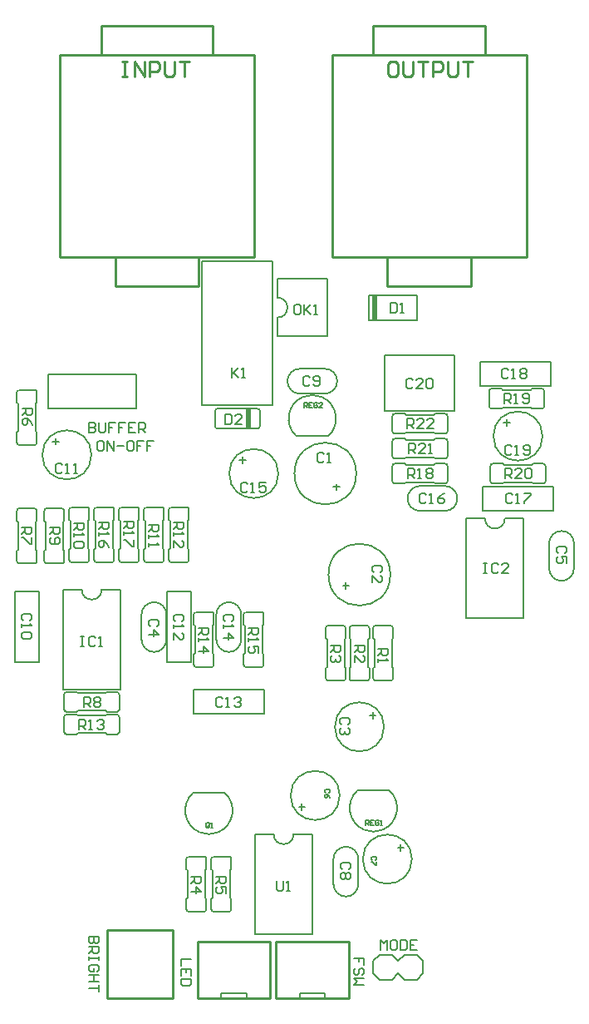
<source format=gto>
G04*
G04 #@! TF.GenerationSoftware,Altium Limited,Altium Designer,19.0.12 (326)*
G04*
G04 Layer_Color=65535*
%FSLAX25Y25*%
%MOIN*%
G70*
G01*
G75*
%ADD10C,0.00600*%
%ADD11C,0.00500*%
%ADD12C,0.01000*%
%ADD13C,0.00787*%
%ADD14C,0.00800*%
%ADD15R,0.02000X0.10000*%
%ADD16R,0.02000X0.08000*%
D10*
X163955Y48500D02*
G03*
X163955Y48500I-9843J0D01*
G01*
X134989Y74000D02*
G03*
X134989Y74000I-9843J0D01*
G01*
X31500Y156500D02*
G03*
X39500Y156500I4000J0D01*
G01*
X216343Y218000D02*
G03*
X216343Y218000I-9843J0D01*
G01*
X110343Y203000D02*
G03*
X110343Y203000I-9843J0D01*
G01*
X35343Y210500D02*
G03*
X35343Y210500I-9843J0D01*
G01*
X177263Y209000D02*
G03*
X178263Y210000I0J1000D01*
G01*
Y216000D02*
G03*
X177263Y217000I-1000J0D01*
G01*
X157137D02*
G03*
X156137Y216000I0J-1000D01*
G01*
Y210000D02*
G03*
X157137Y209000I1000J0D01*
G01*
X178263Y226000D02*
G03*
X177263Y227000I-1000J0D01*
G01*
Y219000D02*
G03*
X178263Y220000I0J1000D01*
G01*
X156137D02*
G03*
X157137Y219000I1000J0D01*
G01*
Y227000D02*
G03*
X156137Y226000I0J-1000D01*
G01*
X224000Y160000D02*
G03*
X229000Y165000I0J5000D01*
G01*
X219000D02*
G03*
X224000Y160000I5000J0D01*
G01*
Y180000D02*
G03*
X219000Y175000I0J-5000D01*
G01*
X229000D02*
G03*
X224000Y180000I-5000J0D01*
G01*
X193266Y185000D02*
G03*
X201266Y185000I4000J0D01*
G01*
X217063Y236000D02*
G03*
X216063Y237000I-1000J0D01*
G01*
Y229000D02*
G03*
X217063Y230000I0J1000D01*
G01*
X194937D02*
G03*
X195937Y229000I1000J0D01*
G01*
Y237000D02*
G03*
X194937Y236000I0J-1000D01*
G01*
X217563Y206000D02*
G03*
X216563Y207000I-1000J0D01*
G01*
Y199000D02*
G03*
X217563Y200000I0J1000D01*
G01*
X195437D02*
G03*
X196437Y199000I1000J0D01*
G01*
Y207000D02*
G03*
X195437Y206000I0J-1000D01*
G01*
X156137Y200000D02*
G03*
X157137Y199000I1000J0D01*
G01*
Y207000D02*
G03*
X156137Y206000I0J-1000D01*
G01*
X178263D02*
G03*
X177263Y207000I-1000J0D01*
G01*
Y199000D02*
G03*
X178263Y200000I0J1000D01*
G01*
X162200Y193000D02*
G03*
X167200Y188000I5000J0D01*
G01*
Y198000D02*
G03*
X162200Y193000I0J-5000D01*
G01*
X182200D02*
G03*
X177200Y198000I-5000J0D01*
G01*
Y188000D02*
G03*
X182200Y193000I0J5000D01*
G01*
X103500Y125437D02*
G03*
X104500Y126437I0J1000D01*
G01*
X96500D02*
G03*
X97500Y125437I1000J0D01*
G01*
Y147563D02*
G03*
X96500Y146563I0J-1000D01*
G01*
X104500D02*
G03*
X103500Y147563I-1000J0D01*
G01*
X90500Y131500D02*
G03*
X95500Y136500I0J5000D01*
G01*
X85500D02*
G03*
X90500Y131500I5000J0D01*
G01*
Y151500D02*
G03*
X85500Y146500I0J-5000D01*
G01*
X95500D02*
G03*
X90500Y151500I-5000J0D01*
G01*
X84500Y146563D02*
G03*
X83500Y147563I-1000J0D01*
G01*
X77500D02*
G03*
X76500Y146563I0J-1000D01*
G01*
Y126437D02*
G03*
X77500Y125437I1000J0D01*
G01*
X83500D02*
G03*
X84500Y126437I0J1000D01*
G01*
X60500Y131500D02*
G03*
X65500Y136500I0J5000D01*
G01*
X55500D02*
G03*
X60500Y131500I5000J0D01*
G01*
Y151500D02*
G03*
X55500Y146500I0J-5000D01*
G01*
X65500D02*
G03*
X60500Y151500I-5000J0D01*
G01*
X24437Y108500D02*
G03*
X25437Y107500I1000J0D01*
G01*
Y115500D02*
G03*
X24437Y114500I0J-1000D01*
G01*
X46563D02*
G03*
X45563Y115500I-1000J0D01*
G01*
Y107500D02*
G03*
X46563Y108500I0J1000D01*
G01*
X24437Y99500D02*
G03*
X25437Y98500I1000J0D01*
G01*
Y106500D02*
G03*
X24437Y105500I0J-1000D01*
G01*
X46563D02*
G03*
X45563Y106500I-1000J0D01*
G01*
Y98500D02*
G03*
X46563Y99500I0J1000D01*
G01*
X66500Y168437D02*
G03*
X67500Y167437I1000J0D01*
G01*
X73500D02*
G03*
X74500Y168437I0J1000D01*
G01*
Y188563D02*
G03*
X73500Y189563I-1000J0D01*
G01*
X67500D02*
G03*
X66500Y188563I0J-1000D01*
G01*
X63500Y167437D02*
G03*
X64500Y168437I0J1000D01*
G01*
X56500D02*
G03*
X57500Y167437I1000J0D01*
G01*
Y189563D02*
G03*
X56500Y188563I0J-1000D01*
G01*
X64500D02*
G03*
X63500Y189563I-1000J0D01*
G01*
X54500Y188563D02*
G03*
X53500Y189563I-1000J0D01*
G01*
X47500D02*
G03*
X46500Y188563I0J-1000D01*
G01*
Y168437D02*
G03*
X47500Y167437I1000J0D01*
G01*
X53500D02*
G03*
X54500Y168437I0J1000D01*
G01*
X43500Y167437D02*
G03*
X44500Y168437I0J1000D01*
G01*
X36500D02*
G03*
X37500Y167437I1000J0D01*
G01*
Y189563D02*
G03*
X36500Y188563I0J-1000D01*
G01*
X44500D02*
G03*
X43500Y189563I-1000J0D01*
G01*
X33500Y167437D02*
G03*
X34500Y168437I0J1000D01*
G01*
X26500D02*
G03*
X27500Y167437I1000J0D01*
G01*
Y189563D02*
G03*
X26500Y188563I0J-1000D01*
G01*
X34500D02*
G03*
X33500Y189563I-1000J0D01*
G01*
X24500Y188063D02*
G03*
X23500Y189063I-1000J0D01*
G01*
X17500D02*
G03*
X16500Y188063I0J-1000D01*
G01*
Y167937D02*
G03*
X17500Y166937I1000J0D01*
G01*
X23500D02*
G03*
X24500Y167937I0J1000D01*
G01*
X5500D02*
G03*
X6500Y166937I1000J0D01*
G01*
X12500D02*
G03*
X13500Y167937I0J1000D01*
G01*
Y188063D02*
G03*
X12500Y189063I-1000J0D01*
G01*
X6500D02*
G03*
X5500Y188063I0J-1000D01*
G01*
X6500Y236563D02*
G03*
X5500Y235563I0J-1000D01*
G01*
X13500D02*
G03*
X12500Y236563I-1000J0D01*
G01*
Y214437D02*
G03*
X13500Y215437I0J1000D01*
G01*
X5500D02*
G03*
X6500Y214437I1000J0D01*
G01*
X73500Y28437D02*
G03*
X74500Y27437I1000J0D01*
G01*
X80500D02*
G03*
X81500Y28437I0J1000D01*
G01*
Y48563D02*
G03*
X80500Y49563I-1000J0D01*
G01*
X74500D02*
G03*
X73500Y48563I0J-1000D01*
G01*
X119000Y245000D02*
G03*
X114000Y240000I0J-5000D01*
G01*
D02*
G03*
X119000Y235000I5000J0D01*
G01*
X129000D02*
G03*
X134000Y240000I0J5000D01*
G01*
D02*
G03*
X129000Y245000I-5000J0D01*
G01*
X110000Y265500D02*
G03*
X110000Y273500I0J4000D01*
G01*
X120185Y233700D02*
G03*
X117579Y218000I3816J-8700D01*
G01*
X127816Y233700D02*
G03*
X120184Y233700I-3816J-8701D01*
G01*
X130421Y218000D02*
G03*
X127815Y233700I-6422J7000D01*
G01*
X86315Y59300D02*
G03*
X88921Y75000I-3816J8700D01*
G01*
X78684Y59300D02*
G03*
X86316Y59300I3816J8701D01*
G01*
X76079Y75000D02*
G03*
X78685Y59300I6422J-7000D01*
G01*
X90500Y27437D02*
G03*
X91500Y28437I0J1000D01*
G01*
X83500D02*
G03*
X84500Y27437I1000J0D01*
G01*
Y49563D02*
G03*
X83500Y48563I0J-1000D01*
G01*
X91500D02*
G03*
X90500Y49563I-1000J0D01*
G01*
X103000Y228000D02*
G03*
X102000Y229000I-1000J0D01*
G01*
Y221000D02*
G03*
X103000Y222000I0J1000D01*
G01*
X85000D02*
G03*
X86000Y221000I1000J0D01*
G01*
Y229000D02*
G03*
X85000Y228000I0J-1000D01*
G01*
X130400Y142063D02*
G03*
X129400Y141063I0J-1000D01*
G01*
X137400D02*
G03*
X136400Y142063I-1000J0D01*
G01*
Y119937D02*
G03*
X137400Y120937I0J1000D01*
G01*
X129400D02*
G03*
X130400Y119937I1000J0D01*
G01*
X146900Y141063D02*
G03*
X145900Y142063I-1000J0D01*
G01*
Y119937D02*
G03*
X146900Y120937I0J1000D01*
G01*
X139900Y142063D02*
G03*
X138900Y141063I0J-1000D01*
G01*
Y120937D02*
G03*
X139900Y119937I1000J0D01*
G01*
X142079Y76000D02*
G03*
X144685Y60300I6422J-7000D01*
G01*
X144684Y60300D02*
G03*
X152316Y60300I3816J8701D01*
G01*
X152315Y60300D02*
G03*
X154921Y76000I-3816J8700D01*
G01*
X108500Y58500D02*
G03*
X116500Y58500I4000J0D01*
G01*
X132500Y38500D02*
G03*
X137500Y33500I5000J0D01*
G01*
D02*
G03*
X142500Y38500I0J5000D01*
G01*
Y48500D02*
G03*
X137500Y53500I-5000J0D01*
G01*
D02*
G03*
X132500Y48500I0J-5000D01*
G01*
X152743Y101500D02*
G03*
X152743Y101500I-9843J0D01*
G01*
X141629Y203000D02*
G03*
X141629Y203000I-12402J0D01*
G01*
X155302Y162500D02*
G03*
X155302Y162500I-12402J0D01*
G01*
X155400Y119937D02*
G03*
X156400Y120937I0J1000D01*
G01*
X148400D02*
G03*
X149400Y119937I1000J0D01*
G01*
Y142063D02*
G03*
X148400Y141063I0J-1000D01*
G01*
X156400D02*
G03*
X155400Y142063I-1000J0D01*
G01*
X159512Y51700D02*
Y54300D01*
X158212Y53000D02*
X160713D01*
X119746Y68200D02*
Y70800D01*
X118546Y69500D02*
X121046D01*
X47000Y116500D02*
Y156500D01*
X39500D02*
X47000D01*
X24000D02*
X31500D01*
X24000Y116500D02*
Y156500D01*
Y116500D02*
X47000D01*
X200700Y223400D02*
X203300D01*
X202000Y222100D02*
Y224600D01*
X94700Y208400D02*
X97300D01*
X96000Y207100D02*
Y209600D01*
X19700Y215900D02*
X22300D01*
X21000Y214600D02*
Y217100D01*
X161137Y209000D02*
X161637Y209500D01*
X161137Y217000D02*
X161637Y216500D01*
X172763Y209500D02*
X173263Y209000D01*
X172763Y216500D02*
X173263Y217000D01*
X157137Y209000D02*
X161137D01*
X157137Y217000D02*
X161137D01*
X173263Y209000D02*
X177263D01*
X173263Y217000D02*
X177263D01*
X161637Y209500D02*
X172763D01*
X161637Y216500D02*
X172763D01*
X156137Y210000D02*
Y216000D01*
X178263Y210000D02*
Y216000D01*
X156137Y220000D02*
Y226000D01*
X178263Y220000D02*
Y226000D01*
X161637Y219500D02*
X172763D01*
X161637Y226500D02*
X172763D01*
X157137Y219000D02*
X161137D01*
X157137Y227000D02*
X161137D01*
X173263Y219000D02*
X177263D01*
X173263Y227000D02*
X177263D01*
X161137Y219000D02*
X161637Y219500D01*
X161137Y227000D02*
X161637Y226500D01*
X172763Y219500D02*
X173263Y219000D01*
X172763Y226500D02*
X173263Y227000D01*
X153000Y228000D02*
Y250500D01*
X181000D01*
Y228000D02*
Y250500D01*
X153000Y228000D02*
X181000D01*
X219000Y165000D02*
Y167500D01*
Y175000D01*
X229000Y165000D02*
Y175000D01*
X208766Y145000D02*
Y185000D01*
X201266D02*
X208766D01*
X185766D02*
X193266D01*
X185766Y145000D02*
Y185000D01*
Y145000D02*
X208766D01*
X194937Y230000D02*
Y236000D01*
X217063Y230000D02*
Y236000D01*
X200437Y229500D02*
X211563D01*
X200437Y236500D02*
X211563D01*
X195937Y229000D02*
X199937D01*
X195937Y237000D02*
X199937D01*
X212063Y229000D02*
X216063D01*
X212063Y237000D02*
X216063D01*
X199937Y229000D02*
X200437Y229500D01*
X199937Y237000D02*
X200437Y236500D01*
X211563Y229500D02*
X212063Y229000D01*
X211563Y236500D02*
X212063Y237000D01*
X191394Y238118D02*
X219606D01*
Y247882D01*
X191394D02*
X219606D01*
X191394Y238118D02*
Y247882D01*
X195437Y200000D02*
Y206000D01*
X217563Y200000D02*
Y206000D01*
X200937Y199500D02*
X212063D01*
X200937Y206500D02*
X212063D01*
X196437Y199000D02*
X200437D01*
X196437Y207000D02*
X200437D01*
X212563Y199000D02*
X216563D01*
X212563Y207000D02*
X216563D01*
X200437Y199000D02*
X200937Y199500D01*
X200437Y207000D02*
X200937Y206500D01*
X212063Y199500D02*
X212563Y199000D01*
X212063Y206500D02*
X212563Y207000D01*
X192394Y197882D02*
X220606D01*
X192394Y188118D02*
Y197882D01*
Y188118D02*
X220606D01*
Y197882D01*
X178263Y200000D02*
Y206000D01*
X156137Y200000D02*
Y206000D01*
X161637Y206500D02*
X172763D01*
X161637Y199500D02*
X172763D01*
X173263Y207000D02*
X177263D01*
X173263Y199000D02*
X177263D01*
X157137Y207000D02*
X161137D01*
X157137Y199000D02*
X161137D01*
X172763Y206500D02*
X173263Y207000D01*
X172763Y199500D02*
X173263Y199000D01*
X161137Y207000D02*
X161637Y206500D01*
X161137Y199000D02*
X161637Y199500D01*
X167200Y198000D02*
X169700D01*
X177200D01*
X167200Y188000D02*
X177200D01*
X97500Y147563D02*
X103500D01*
X97500Y125437D02*
X103500D01*
X97000Y130937D02*
Y142063D01*
X104000Y130937D02*
Y142063D01*
X96500Y142563D02*
Y146563D01*
X104500Y142563D02*
Y146563D01*
X96500Y126437D02*
Y130437D01*
X104500Y126437D02*
Y130437D01*
X96500Y142563D02*
X97000Y142063D01*
X104000D02*
X104500Y142563D01*
X96500Y130437D02*
X97000Y130937D01*
X104000D02*
X104500Y130437D01*
X85500Y136500D02*
Y139000D01*
Y146500D01*
X95500Y136500D02*
Y146500D01*
X84000Y130937D02*
X84500Y130437D01*
X76500D02*
X77000Y130937D01*
X84000Y142063D02*
X84500Y142563D01*
X76500D02*
X77000Y142063D01*
X84500Y126437D02*
Y130437D01*
X76500Y126437D02*
Y130437D01*
X84500Y142563D02*
Y146563D01*
X76500Y142563D02*
Y146563D01*
X84000Y130937D02*
Y142063D01*
X77000Y130937D02*
Y142063D01*
X77500Y125437D02*
X83500D01*
X77500Y147563D02*
X83500D01*
X65618Y127394D02*
Y155606D01*
Y127394D02*
X75382D01*
Y155606D01*
X65618D02*
X75382D01*
X55500Y136500D02*
Y139000D01*
Y146500D01*
X65500Y136500D02*
Y146500D01*
X76394Y106618D02*
X104606D01*
Y116382D01*
X76394D02*
X104606D01*
X76394Y106618D02*
Y116382D01*
X46563Y108500D02*
Y114500D01*
X24437Y108500D02*
Y114500D01*
X29937Y115000D02*
X41063D01*
X29937Y108000D02*
X41063D01*
X41563Y115500D02*
X45563D01*
X41563Y107500D02*
X45563D01*
X25437Y115500D02*
X29437D01*
X25437Y107500D02*
X29437D01*
X41063Y115000D02*
X41563Y115500D01*
X41063Y108000D02*
X41563Y107500D01*
X29437Y115500D02*
X29937Y115000D01*
X29437Y107500D02*
X29937Y108000D01*
X46563Y99500D02*
Y105500D01*
X24437Y99500D02*
Y105500D01*
X29937Y106000D02*
X41063D01*
X29937Y99000D02*
X41063D01*
X41563Y106500D02*
X45563D01*
X41563Y98500D02*
X45563D01*
X25437Y106500D02*
X29437D01*
X25437Y98500D02*
X29437D01*
X41063Y106000D02*
X41563Y106500D01*
X41063Y99000D02*
X41563Y98500D01*
X29437Y106500D02*
X29937Y106000D01*
X29437Y98500D02*
X29937Y99000D01*
X4618Y127394D02*
Y155606D01*
Y127394D02*
X14382D01*
Y155606D01*
X4618D02*
X14382D01*
X66500Y184563D02*
X67000Y184063D01*
X74000D02*
X74500Y184563D01*
X66500Y172437D02*
X67000Y172937D01*
X74000D02*
X74500Y172437D01*
X66500Y184563D02*
Y188563D01*
X74500Y184563D02*
Y188563D01*
X66500Y168437D02*
Y172437D01*
X74500Y168437D02*
Y172437D01*
X67000Y172937D02*
Y184063D01*
X74000Y172937D02*
Y184063D01*
X67500Y189563D02*
X73500D01*
X67500Y167437D02*
X73500D01*
X57500Y189563D02*
X63500D01*
X57500Y167437D02*
X63500D01*
X57000Y172937D02*
Y184063D01*
X64000Y172937D02*
Y184063D01*
X56500Y184563D02*
Y188563D01*
X64500Y184563D02*
Y188563D01*
X56500Y168437D02*
Y172437D01*
X64500Y168437D02*
Y172437D01*
X56500Y184563D02*
X57000Y184063D01*
X64000D02*
X64500Y184563D01*
X56500Y172437D02*
X57000Y172937D01*
X64000D02*
X64500Y172437D01*
X54000Y172937D02*
X54500Y172437D01*
X46500D02*
X47000Y172937D01*
X54000Y184063D02*
X54500Y184563D01*
X46500D02*
X47000Y184063D01*
X54500Y168437D02*
Y172437D01*
X46500Y168437D02*
Y172437D01*
X54500Y184563D02*
Y188563D01*
X46500Y184563D02*
Y188563D01*
X54000Y172937D02*
Y184063D01*
X47000Y172937D02*
Y184063D01*
X47500Y167437D02*
X53500D01*
X47500Y189563D02*
X53500D01*
X37500D02*
X43500D01*
X37500Y167437D02*
X43500D01*
X37000Y172937D02*
Y184063D01*
X44000Y172937D02*
Y184063D01*
X36500Y184563D02*
Y188563D01*
X44500Y184563D02*
Y188563D01*
X36500Y168437D02*
Y172437D01*
X44500Y168437D02*
Y172437D01*
X36500Y184563D02*
X37000Y184063D01*
X44000D02*
X44500Y184563D01*
X36500Y172437D02*
X37000Y172937D01*
X44000D02*
X44500Y172437D01*
X27500Y189563D02*
X33500D01*
X27500Y167437D02*
X33500D01*
X27000Y172937D02*
Y184063D01*
X34000Y172937D02*
Y184063D01*
X26500Y184563D02*
Y188563D01*
X34500Y184563D02*
Y188563D01*
X26500Y168437D02*
Y172437D01*
X34500Y168437D02*
Y172437D01*
X26500Y184563D02*
X27000Y184063D01*
X34000D02*
X34500Y184563D01*
X26500Y172437D02*
X27000Y172937D01*
X34000D02*
X34500Y172437D01*
X24000D02*
X24500Y171937D01*
X16500D02*
X17000Y172437D01*
X24000Y183563D02*
X24500Y184063D01*
X16500D02*
X17000Y183563D01*
X24500Y167937D02*
Y171937D01*
X16500Y167937D02*
Y171937D01*
X24500Y184063D02*
Y188063D01*
X16500Y184063D02*
Y188063D01*
X24000Y172437D02*
Y183563D01*
X17000Y172437D02*
Y183563D01*
X17500Y166937D02*
X23500D01*
X17500Y189063D02*
X23500D01*
X5500Y184063D02*
X6000Y183563D01*
X13000D02*
X13500Y184063D01*
X5500Y171937D02*
X6000Y172437D01*
X13000D02*
X13500Y171937D01*
X5500Y184063D02*
Y188063D01*
X13500Y184063D02*
Y188063D01*
X5500Y167937D02*
Y171937D01*
X13500Y167937D02*
Y171937D01*
X6000Y172437D02*
Y183563D01*
X13000Y172437D02*
Y183563D01*
X6500Y189063D02*
X12500D01*
X6500Y166937D02*
X12500D01*
X6500Y214437D02*
X12500D01*
X6500Y236563D02*
X12500D01*
X13000Y219937D02*
Y231063D01*
X6000Y219937D02*
Y231063D01*
X13500Y215437D02*
Y219437D01*
X5500Y215437D02*
Y219437D01*
X13500Y231563D02*
Y235563D01*
X5500Y231563D02*
Y235563D01*
X13000Y219937D02*
X13500Y219437D01*
X5500D02*
X6000Y219937D01*
X13000Y231063D02*
X13500Y231563D01*
X5500D02*
X6000Y231063D01*
X146700Y264400D02*
X166000D01*
Y274400D01*
X146650Y264400D02*
Y274400D01*
X150050D02*
X166000D01*
X146650D02*
X150650D01*
X73500Y44563D02*
X74000Y44063D01*
X81000D02*
X81500Y44563D01*
X73500Y32437D02*
X74000Y32937D01*
X81000D02*
X81500Y32437D01*
X73500Y44563D02*
Y48563D01*
X81500Y44563D02*
Y48563D01*
X73500Y28437D02*
Y32437D01*
X81500Y28437D02*
Y32437D01*
X74000Y32937D02*
Y44063D01*
X81000Y32937D02*
Y44063D01*
X74500Y49563D02*
X80500D01*
X74500Y27437D02*
X80500D01*
X119000Y245000D02*
X129000D01*
X119000Y235000D02*
X126500D01*
X129000D01*
X110000Y281000D02*
X130000D01*
X110000Y258000D02*
X130000D01*
Y281000D01*
X110000Y258000D02*
Y265500D01*
Y273500D02*
Y281000D01*
X117579Y218000D02*
X130421D01*
X76079Y75000D02*
X88921D01*
X84500Y49563D02*
X90500D01*
X84500Y27437D02*
X90500D01*
X84000Y32937D02*
Y44063D01*
X91000Y32937D02*
Y44063D01*
X83500Y44563D02*
Y48563D01*
X91500Y44563D02*
Y48563D01*
X83500Y28437D02*
Y32437D01*
X91500Y28437D02*
Y32437D01*
X83500Y44563D02*
X84000Y44063D01*
X91000D02*
X91500Y44563D01*
X83500Y32437D02*
X84000Y32937D01*
X91000D02*
X91500Y32437D01*
X103000Y222000D02*
Y228000D01*
X86000Y221000D02*
X102000D01*
X86000Y229000D02*
X102000D01*
X85000Y222000D02*
Y228000D01*
X130400Y119937D02*
X136400D01*
X130400Y142063D02*
X136400D01*
X136900Y125437D02*
Y136563D01*
X129900Y125437D02*
Y136563D01*
X137400Y120937D02*
Y124937D01*
X129400Y120937D02*
Y124937D01*
X137400Y137063D02*
Y141063D01*
X129400Y137063D02*
Y141063D01*
X136900Y125437D02*
X137400Y124937D01*
X129400D02*
X129900Y125437D01*
X136900Y136563D02*
X137400Y137063D01*
X129400D02*
X129900Y136563D01*
X146900Y137063D02*
Y141063D01*
X146400Y136563D02*
X146900Y137063D01*
X146400Y125437D02*
Y136563D01*
X146900Y120937D02*
Y124937D01*
X146400Y125437D02*
X146900Y124937D01*
X139900Y119937D02*
X145900D01*
X139900Y142063D02*
X145900D01*
X138900Y137063D02*
Y141063D01*
Y137063D02*
X139400Y136563D01*
Y125437D02*
Y136563D01*
X138900Y124937D02*
X139400Y125437D01*
X138900Y120937D02*
Y124937D01*
X142079Y76000D02*
X154921D01*
X124000Y18500D02*
Y58500D01*
X116500D02*
X124000D01*
X101000D02*
X108500D01*
X101000Y18500D02*
Y58500D01*
Y18500D02*
X124000D01*
X132500Y38500D02*
Y48500D01*
X142500Y38500D02*
Y46000D01*
Y48500D01*
X147000Y106000D02*
X149500D01*
X148300Y104700D02*
Y107300D01*
X132427Y197600D02*
X135027D01*
X133727Y196400D02*
Y198900D01*
X137500Y156700D02*
Y159300D01*
X136300Y158000D02*
X138800D01*
X149400Y142063D02*
X155400D01*
X149400Y119937D02*
X155400D01*
X148900Y125437D02*
Y136563D01*
X155900Y125437D02*
Y136563D01*
X148400Y137063D02*
Y141063D01*
X156400Y137063D02*
Y141063D01*
X148400Y120937D02*
Y124937D01*
X156400Y120937D02*
Y124937D01*
X148400Y137063D02*
X148900Y136563D01*
X155900D02*
X156400Y137063D01*
X148400Y124937D02*
X148900Y125437D01*
X155900D02*
X156400Y124937D01*
X130650Y75167D02*
X130984Y75500D01*
Y76167D01*
X130650Y76500D01*
X129318D01*
X128984Y76167D01*
Y75500D01*
X129318Y75167D01*
X130984Y73168D02*
X130650Y73834D01*
X129984Y74501D01*
X129318D01*
X128984Y74167D01*
Y73501D01*
X129318Y73168D01*
X129651D01*
X129984Y73501D01*
Y74501D01*
X82537Y61527D02*
Y62860D01*
X82204Y63193D01*
X81537D01*
X81204Y62860D01*
Y61527D01*
X81537Y61194D01*
X82204D01*
X81871Y61860D02*
X82537Y61194D01*
X82204D02*
X82537Y61527D01*
X83204Y61194D02*
X83870D01*
X83537D01*
Y63193D01*
X83204Y62860D01*
X120762Y229595D02*
Y231594D01*
X121762D01*
X122095Y231261D01*
Y230594D01*
X121762Y230261D01*
X120762D01*
X121428D02*
X122095Y229595D01*
X124094Y231594D02*
X122761D01*
Y229595D01*
X124094D01*
X122761Y230594D02*
X123428D01*
X126094Y231261D02*
X125760Y231594D01*
X125094D01*
X124761Y231261D01*
Y229928D01*
X125094Y229595D01*
X125760D01*
X126094Y229928D01*
Y230594D01*
X125427D01*
X128093Y229595D02*
X126760D01*
X128093Y230927D01*
Y231261D01*
X127760Y231594D01*
X127093D01*
X126760Y231261D01*
X145390Y62194D02*
Y64193D01*
X146389D01*
X146723Y63860D01*
Y63194D01*
X146389Y62860D01*
X145390D01*
X146056D02*
X146723Y62194D01*
X148722Y64193D02*
X147389D01*
Y62194D01*
X148722D01*
X147389Y63194D02*
X148056D01*
X150721Y63860D02*
X150388Y64193D01*
X149722D01*
X149388Y63860D01*
Y62527D01*
X149722Y62194D01*
X150388D01*
X150721Y62527D01*
Y63194D01*
X150055D01*
X151388Y62194D02*
X152054D01*
X151721D01*
Y64193D01*
X151388Y63860D01*
X149344Y48167D02*
X149677Y48500D01*
Y49167D01*
X149344Y49500D01*
X148011D01*
X147678Y49167D01*
Y48500D01*
X148011Y48167D01*
X149677Y47501D02*
Y46168D01*
X149344D01*
X148011Y47501D01*
X147678D01*
D11*
X18000Y229000D02*
X53433D01*
X18000D02*
Y242779D01*
X53433D01*
Y229000D02*
Y242779D01*
X151000Y145D02*
X156000D01*
X151000Y10145D02*
X156000D01*
X161000Y145D02*
X166000D01*
X161000Y10145D02*
X166000D01*
X148500Y2645D02*
Y7645D01*
X168500Y2645D02*
Y7645D01*
X148500Y2645D02*
X151000Y145D01*
X148500Y7645D02*
X151000Y10145D01*
X158500Y2645D02*
X161000Y145D01*
X166000D02*
X168500Y2645D01*
X156000Y10145D02*
X158500Y7645D01*
X166000Y10145D02*
X168500Y7645D01*
X158500D02*
X161000Y10145D01*
X156000Y145D02*
X158500Y2645D01*
D12*
X41800Y-7300D02*
X68178D01*
X41800D02*
Y20259D01*
X68178Y-7300D02*
Y20259D01*
X41800D02*
X68178D01*
X138567Y-7282D02*
Y15356D01*
X109433Y-7282D02*
X138567D01*
X109433D02*
Y15356D01*
X138567D01*
X107067Y-7282D02*
Y15356D01*
X77933Y-7282D02*
X107067D01*
X77933D02*
Y15356D01*
X107067D01*
X131860Y370848D02*
X148419D01*
Y382462D01*
Y370848D02*
X193301D01*
X148419Y382462D02*
X193301D01*
Y370848D02*
Y382462D01*
Y370848D02*
X209860D01*
Y289746D02*
Y370848D01*
X187592Y289746D02*
X209860D01*
X154128D02*
X187592D01*
Y277935D02*
Y289746D01*
X154128Y277935D02*
X187592D01*
X154128D02*
Y289746D01*
X131860D02*
X154128D01*
X131860D02*
Y370848D01*
X22641D02*
X39200D01*
Y382462D01*
Y370848D02*
X84082D01*
X39200Y382462D02*
X84082D01*
Y370848D02*
Y382462D01*
Y370848D02*
X100641D01*
Y289746D02*
Y370848D01*
X78373Y289746D02*
X100641D01*
X44909D02*
X78373D01*
Y277935D02*
Y289746D01*
X44909Y277935D02*
X78373D01*
X44909D02*
Y289746D01*
X22641D02*
X44909D01*
X22641D02*
Y370848D01*
X157359Y368098D02*
X155360D01*
X154360Y367098D01*
Y363100D01*
X155360Y362100D01*
X157359D01*
X158359Y363100D01*
Y367098D01*
X157359Y368098D01*
X160358D02*
Y363100D01*
X161358Y362100D01*
X163357D01*
X164357Y363100D01*
Y368098D01*
X166356D02*
X170355D01*
X168356D01*
Y362100D01*
X172354D02*
Y368098D01*
X175353D01*
X176353Y367098D01*
Y365099D01*
X175353Y364099D01*
X172354D01*
X178352Y368098D02*
Y363100D01*
X179352Y362100D01*
X181351D01*
X182351Y363100D01*
Y368098D01*
X184350D02*
X188349D01*
X186350D01*
Y362100D01*
X47641Y368098D02*
X49640D01*
X48641D01*
Y362100D01*
X47641D01*
X49640D01*
X52639D02*
Y368098D01*
X56638Y362100D01*
Y368098D01*
X58637Y362100D02*
Y368098D01*
X61637D01*
X62636Y367098D01*
Y365099D01*
X61637Y364099D01*
X58637D01*
X64635Y368098D02*
Y363100D01*
X65635Y362100D01*
X67634D01*
X68634Y363100D01*
Y368098D01*
X70634D02*
X74632D01*
X72633D01*
Y362100D01*
D13*
X118882Y-7055D02*
Y-5087D01*
X129118D01*
Y-7055D02*
Y-5087D01*
X87382Y-7055D02*
Y-5087D01*
X97618D01*
Y-7055D02*
Y-5087D01*
D14*
X79827Y230350D02*
Y288224D01*
Y230350D02*
X108173D01*
Y288224D01*
X79827D02*
X108173D01*
X39708Y215999D02*
X38375D01*
X37708Y215332D01*
Y212666D01*
X38375Y212000D01*
X39708D01*
X40374Y212666D01*
Y215332D01*
X39708Y215999D01*
X41707Y212000D02*
Y215999D01*
X44373Y212000D01*
Y215999D01*
X45706Y213999D02*
X48372D01*
X51704Y215999D02*
X50371D01*
X49705Y215332D01*
Y212666D01*
X50371Y212000D01*
X51704D01*
X52370Y212666D01*
Y215332D01*
X51704Y215999D01*
X56369D02*
X53703D01*
Y213999D01*
X55036D01*
X53703D01*
Y212000D01*
X60368Y215999D02*
X57702D01*
Y213999D01*
X59035D01*
X57702D01*
Y212000D01*
X30439Y100579D02*
Y104578D01*
X32439D01*
X33105Y103911D01*
Y102578D01*
X32439Y101912D01*
X30439D01*
X31772D02*
X33105Y100579D01*
X34438D02*
X35771D01*
X35105D01*
Y104578D01*
X34438Y103911D01*
X37770D02*
X38437Y104578D01*
X39770D01*
X40436Y103911D01*
Y103245D01*
X39770Y102578D01*
X39103D01*
X39770D01*
X40436Y101912D01*
Y101245D01*
X39770Y100579D01*
X38437D01*
X37770Y101245D01*
X68381Y183274D02*
X72380D01*
Y181275D01*
X71713Y180608D01*
X70380D01*
X69714Y181275D01*
Y183274D01*
Y181941D02*
X68381Y180608D01*
Y179275D02*
Y177943D01*
Y178609D01*
X72380D01*
X71713Y179275D01*
X68381Y173277D02*
Y175943D01*
X71047Y173277D01*
X71713D01*
X72380Y173944D01*
Y175277D01*
X71713Y175943D01*
X58385Y182500D02*
X62384D01*
Y180501D01*
X61717Y179834D01*
X60384D01*
X59718Y180501D01*
Y182500D01*
Y181167D02*
X58385Y179834D01*
Y178501D02*
Y177168D01*
Y177835D01*
X62384D01*
X61717Y178501D01*
X58385Y175169D02*
Y173836D01*
Y174503D01*
X62384D01*
X61717Y175169D01*
X28447Y183000D02*
X32446D01*
Y181001D01*
X31780Y180334D01*
X30447D01*
X29780Y181001D01*
Y183000D01*
Y181667D02*
X28447Y180334D01*
Y179001D02*
Y177668D01*
Y178335D01*
X32446D01*
X31780Y179001D01*
Y175669D02*
X32446Y175003D01*
Y173670D01*
X31780Y173003D01*
X29114D01*
X28447Y173670D01*
Y175003D01*
X29114Y175669D01*
X31780D01*
X18624Y181500D02*
X22623D01*
Y179501D01*
X21956Y178834D01*
X20623D01*
X19957Y179501D01*
Y181500D01*
Y180167D02*
X18624Y178834D01*
X19290Y177501D02*
X18624Y176835D01*
Y175502D01*
X19290Y174836D01*
X21956D01*
X22623Y175502D01*
Y176835D01*
X21956Y177501D01*
X21290D01*
X20623Y176835D01*
Y174836D01*
X204322Y194432D02*
X203656Y195099D01*
X202323D01*
X201657Y194432D01*
Y191767D01*
X202323Y191100D01*
X203656D01*
X204322Y191767D01*
X205655Y191100D02*
X206988D01*
X206322D01*
Y195099D01*
X205655Y194432D01*
X208987Y195099D02*
X211653D01*
Y194432D01*
X208987Y191767D01*
Y191100D01*
X71808Y143812D02*
X72474Y144478D01*
Y145811D01*
X71808Y146478D01*
X69142D01*
X68476Y145811D01*
Y144478D01*
X69142Y143812D01*
X68476Y142479D02*
Y141146D01*
Y141813D01*
X72474D01*
X71808Y142479D01*
X68476Y136481D02*
Y139147D01*
X71141Y136481D01*
X71808D01*
X72474Y137147D01*
Y138480D01*
X71808Y139147D01*
X23586Y206332D02*
X22919Y206999D01*
X21586D01*
X20920Y206332D01*
Y203666D01*
X21586Y203000D01*
X22919D01*
X23586Y203666D01*
X24919Y203000D02*
X26252D01*
X25585D01*
Y206999D01*
X24919Y206332D01*
X28251Y203000D02*
X29584D01*
X28917D01*
Y206999D01*
X28251Y206332D01*
X98381Y141149D02*
X102380D01*
Y139149D01*
X101713Y138483D01*
X100380D01*
X99714Y139149D01*
Y141149D01*
Y139816D02*
X98381Y138483D01*
Y137150D02*
Y135817D01*
Y136484D01*
X102380D01*
X101713Y137150D01*
X102380Y131152D02*
Y133818D01*
X100380D01*
X101047Y132485D01*
Y131818D01*
X100380Y131152D01*
X99047D01*
X98381Y131818D01*
Y133151D01*
X99047Y133818D01*
X78385Y141043D02*
X82384D01*
Y139044D01*
X81717Y138378D01*
X80384D01*
X79718Y139044D01*
Y141043D01*
Y139710D02*
X78385Y138378D01*
Y137045D02*
Y135712D01*
Y136378D01*
X82384D01*
X81717Y137045D01*
X78385Y131713D02*
X82384D01*
X80384Y133712D01*
Y131047D01*
X201500Y201005D02*
Y205004D01*
X203499D01*
X204166Y204338D01*
Y203005D01*
X203499Y202338D01*
X201500D01*
X202833D02*
X204166Y201005D01*
X208165D02*
X205499D01*
X208165Y203671D01*
Y204338D01*
X207498Y205004D01*
X206165D01*
X205499Y204338D01*
X209497D02*
X210164Y205004D01*
X211497D01*
X212163Y204338D01*
Y201672D01*
X211497Y201005D01*
X210164D01*
X209497Y201672D01*
Y204338D01*
X162500Y201000D02*
Y204999D01*
X164499D01*
X165166Y204332D01*
Y202999D01*
X164499Y202333D01*
X162500D01*
X163833D02*
X165166Y201000D01*
X166499D02*
X167832D01*
X167165D01*
Y204999D01*
X166499Y204332D01*
X169831D02*
X170497Y204999D01*
X171830D01*
X172497Y204332D01*
Y203666D01*
X171830Y202999D01*
X172497Y202333D01*
Y201666D01*
X171830Y201000D01*
X170497D01*
X169831Y201666D01*
Y202333D01*
X170497Y202999D01*
X169831Y203666D01*
Y204332D01*
X170497Y202999D02*
X171830D01*
X48381Y183886D02*
X52380D01*
Y181886D01*
X51713Y181220D01*
X50380D01*
X49714Y181886D01*
Y183886D01*
Y182553D02*
X48381Y181220D01*
Y179887D02*
Y178554D01*
Y179220D01*
X52380D01*
X51713Y179887D01*
X52380Y176555D02*
Y173889D01*
X51713D01*
X49047Y176555D01*
X48381D01*
X38412Y183413D02*
X42411D01*
Y181414D01*
X41744Y180747D01*
X40411D01*
X39745Y181414D01*
Y183413D01*
Y182080D02*
X38412Y180747D01*
Y179415D02*
Y178082D01*
Y178748D01*
X42411D01*
X41744Y179415D01*
X42411Y173417D02*
X41744Y174750D01*
X40411Y176082D01*
X39079D01*
X38412Y175416D01*
Y174083D01*
X39079Y173417D01*
X39745D01*
X40411Y174083D01*
Y176082D01*
X192653Y167132D02*
X193986D01*
X193320D01*
Y163134D01*
X192653D01*
X193986D01*
X198651Y166466D02*
X197985Y167132D01*
X196652D01*
X195985Y166466D01*
Y163800D01*
X196652Y163134D01*
X197985D01*
X198651Y163800D01*
X202650Y163134D02*
X199984D01*
X202650Y165799D01*
Y166466D01*
X201983Y167132D01*
X200651D01*
X199984Y166466D01*
X169666Y194332D02*
X168999Y194999D01*
X167666D01*
X167000Y194332D01*
Y191666D01*
X167666Y191000D01*
X168999D01*
X169666Y191666D01*
X170999Y191000D02*
X172332D01*
X171665D01*
Y194999D01*
X170999Y194332D01*
X176997Y194999D02*
X175664Y194332D01*
X174331Y192999D01*
Y191666D01*
X174997Y191000D01*
X176330D01*
X176997Y191666D01*
Y192333D01*
X176330Y192999D01*
X174331D01*
X225219Y171127D02*
X225886Y171794D01*
Y173127D01*
X225219Y173793D01*
X222553D01*
X221887Y173127D01*
Y171794D01*
X222553Y171127D01*
X225886Y167129D02*
Y169795D01*
X223886D01*
X224553Y168462D01*
Y167795D01*
X223886Y167129D01*
X222553D01*
X221887Y167795D01*
Y169128D01*
X222553Y169795D01*
X91619Y143878D02*
X92285Y144544D01*
Y145877D01*
X91619Y146543D01*
X88953D01*
X88286Y145877D01*
Y144544D01*
X88953Y143878D01*
X88286Y142545D02*
Y141212D01*
Y141878D01*
X92285D01*
X91619Y142545D01*
X88286Y137213D02*
X92285D01*
X90286Y139213D01*
Y136547D01*
X88121Y112876D02*
X87454Y113542D01*
X86121D01*
X85455Y112876D01*
Y110210D01*
X86121Y109543D01*
X87454D01*
X88121Y110210D01*
X89454Y109543D02*
X90787D01*
X90120D01*
Y113542D01*
X89454Y112876D01*
X92786D02*
X93453Y113542D01*
X94785D01*
X95452Y112876D01*
Y112209D01*
X94785Y111543D01*
X94119D01*
X94785D01*
X95452Y110876D01*
Y110210D01*
X94785Y109543D01*
X93453D01*
X92786Y110210D01*
X34491Y223499D02*
Y219500D01*
X36490D01*
X37157Y220166D01*
Y220833D01*
X36490Y221499D01*
X34491D01*
X36490D01*
X37157Y222166D01*
Y222832D01*
X36490Y223499D01*
X34491D01*
X38490D02*
Y220166D01*
X39156Y219500D01*
X40489D01*
X41156Y220166D01*
Y223499D01*
X45154D02*
X42489D01*
Y221499D01*
X43821D01*
X42489D01*
Y219500D01*
X49153Y223499D02*
X46487D01*
Y221499D01*
X47820D01*
X46487D01*
Y219500D01*
X53152Y223499D02*
X50486D01*
Y219500D01*
X53152D01*
X50486Y221499D02*
X51819D01*
X54485Y219500D02*
Y223499D01*
X56484D01*
X57150Y222832D01*
Y221499D01*
X56484Y220833D01*
X54485D01*
X55818D02*
X57150Y219500D01*
X201104Y230988D02*
Y234987D01*
X203104D01*
X203770Y234320D01*
Y232987D01*
X203104Y232321D01*
X201104D01*
X202437D02*
X203770Y230988D01*
X205103D02*
X206436D01*
X205769D01*
Y234987D01*
X205103Y234320D01*
X208435Y231654D02*
X209102Y230988D01*
X210435D01*
X211101Y231654D01*
Y234320D01*
X210435Y234987D01*
X209102D01*
X208435Y234320D01*
Y233654D01*
X209102Y232987D01*
X211101D01*
X7385Y181579D02*
X11384D01*
Y179579D01*
X10717Y178913D01*
X9384D01*
X8718Y179579D01*
Y181579D01*
Y180246D02*
X7385Y178913D01*
X11384Y177580D02*
Y174914D01*
X10717D01*
X8051Y177580D01*
X7385D01*
X162536Y211000D02*
Y214999D01*
X164535D01*
X165202Y214332D01*
Y212999D01*
X164535Y212333D01*
X162536D01*
X163869D02*
X165202Y211000D01*
X169200D02*
X166534D01*
X169200Y213666D01*
Y214332D01*
X168534Y214999D01*
X167201D01*
X166534Y214332D01*
X170533Y211000D02*
X171866D01*
X171200D01*
Y214999D01*
X170533Y214332D01*
X161993Y221028D02*
Y225026D01*
X163993D01*
X164659Y224360D01*
Y223027D01*
X163993Y222360D01*
X161993D01*
X163326D02*
X164659Y221028D01*
X168658D02*
X165992D01*
X168658Y223693D01*
Y224360D01*
X167991Y225026D01*
X166658D01*
X165992Y224360D01*
X172657Y221028D02*
X169991D01*
X172657Y223693D01*
Y224360D01*
X171990Y225026D01*
X170657D01*
X169991Y224360D01*
X32256Y109579D02*
Y113577D01*
X34255D01*
X34921Y112911D01*
Y111578D01*
X34255Y110912D01*
X32256D01*
X33588D02*
X34921Y109579D01*
X36254Y112911D02*
X36921Y113577D01*
X38254D01*
X38920Y112911D01*
Y112245D01*
X38254Y111578D01*
X38920Y110912D01*
Y110245D01*
X38254Y109579D01*
X36921D01*
X36254Y110245D01*
Y110912D01*
X36921Y111578D01*
X36254Y112245D01*
Y112911D01*
X36921Y111578D02*
X38254D01*
X7669Y229000D02*
X11668D01*
Y227001D01*
X11001Y226334D01*
X9669D01*
X9002Y227001D01*
Y229000D01*
Y227667D02*
X7669Y226334D01*
X11668Y222336D02*
X11001Y223668D01*
X9669Y225001D01*
X8336D01*
X7669Y224335D01*
Y223002D01*
X8336Y222336D01*
X9002D01*
X9669Y223002D01*
Y225001D01*
X31159Y137656D02*
X32492D01*
X31826D01*
Y133658D01*
X31159D01*
X32492D01*
X37158Y136990D02*
X36491Y137656D01*
X35158D01*
X34492Y136990D01*
Y134324D01*
X35158Y133658D01*
X36491D01*
X37158Y134324D01*
X38491Y133658D02*
X39823D01*
X39157D01*
Y137656D01*
X38491Y136990D01*
X204166Y213713D02*
X203499Y214380D01*
X202167D01*
X201500Y213713D01*
Y211047D01*
X202167Y210381D01*
X203499D01*
X204166Y211047D01*
X205499Y210381D02*
X206832D01*
X206165D01*
Y214380D01*
X205499Y213713D01*
X208831Y211047D02*
X209497Y210381D01*
X210830D01*
X211497Y211047D01*
Y213713D01*
X210830Y214380D01*
X209497D01*
X208831Y213713D01*
Y213047D01*
X209497Y212380D01*
X211497D01*
X202812Y244432D02*
X202146Y245099D01*
X200813D01*
X200146Y244432D01*
Y241766D01*
X200813Y241100D01*
X202146D01*
X202812Y241766D01*
X204145Y241100D02*
X205478D01*
X204812D01*
Y245099D01*
X204145Y244432D01*
X207477D02*
X208144Y245099D01*
X209477D01*
X210143Y244432D01*
Y243766D01*
X209477Y243099D01*
X210143Y242433D01*
Y241766D01*
X209477Y241100D01*
X208144D01*
X207477Y241766D01*
Y242433D01*
X208144Y243099D01*
X207477Y243766D01*
Y244432D01*
X208144Y243099D02*
X209477D01*
X164459Y240401D02*
X163793Y241068D01*
X162460D01*
X161793Y240401D01*
Y237735D01*
X162460Y237069D01*
X163793D01*
X164459Y237735D01*
X168458Y237069D02*
X165792D01*
X168458Y239735D01*
Y240401D01*
X167791Y241068D01*
X166458D01*
X165792Y240401D01*
X169791D02*
X170457Y241068D01*
X171790D01*
X172457Y240401D01*
Y237735D01*
X171790Y237069D01*
X170457D01*
X169791Y237735D01*
Y240401D01*
X10613Y143992D02*
X11279Y144658D01*
Y145991D01*
X10613Y146658D01*
X7947D01*
X7281Y145991D01*
Y144658D01*
X7947Y143992D01*
X7281Y142659D02*
Y141326D01*
Y141992D01*
X11279D01*
X10613Y142659D01*
Y139327D02*
X11279Y138660D01*
Y137327D01*
X10613Y136661D01*
X7947D01*
X7281Y137327D01*
Y138660D01*
X7947Y139327D01*
X10613D01*
X98032Y198658D02*
X97365Y199324D01*
X96032D01*
X95366Y198658D01*
Y195992D01*
X96032Y195326D01*
X97365D01*
X98032Y195992D01*
X99365Y195326D02*
X100698D01*
X100031D01*
Y199324D01*
X99365Y198658D01*
X105363Y199324D02*
X102697D01*
Y197325D01*
X104030Y197991D01*
X104696D01*
X105363Y197325D01*
Y195992D01*
X104696Y195326D01*
X103363D01*
X102697Y195992D01*
X61847Y141913D02*
X62514Y142579D01*
Y143912D01*
X61847Y144579D01*
X59181D01*
X58515Y143912D01*
Y142579D01*
X59181Y141913D01*
X58515Y138581D02*
X62514D01*
X60514Y140580D01*
Y137914D01*
X155481Y271399D02*
Y267400D01*
X157480D01*
X158147Y268066D01*
Y270732D01*
X157480Y271399D01*
X155481D01*
X159480Y267400D02*
X160813D01*
X160146D01*
Y271399D01*
X159480Y270732D01*
X38499Y17500D02*
X34500D01*
Y15501D01*
X35166Y14834D01*
X35833D01*
X36499Y15501D01*
Y17500D01*
Y15501D01*
X37166Y14834D01*
X37832D01*
X38499Y15501D01*
Y17500D01*
X34500Y13501D02*
X38499D01*
Y11502D01*
X37832Y10836D01*
X36499D01*
X35833Y11502D01*
Y13501D01*
Y12168D02*
X34500Y10836D01*
X38499Y9503D02*
Y8170D01*
Y8836D01*
X34500D01*
Y9503D01*
Y8170D01*
X37832Y3505D02*
X38499Y4171D01*
Y5504D01*
X37832Y6170D01*
X35166D01*
X34500Y5504D01*
Y4171D01*
X35166Y3505D01*
X36499D01*
Y4837D01*
X38499Y2172D02*
X34500D01*
X36499D01*
Y-494D01*
X38499D01*
X34500D01*
X38499Y-1827D02*
Y-4493D01*
Y-3160D01*
X34500D01*
X122928Y241532D02*
X122262Y242199D01*
X120929D01*
X120262Y241532D01*
Y238866D01*
X120929Y238200D01*
X122262D01*
X122928Y238866D01*
X124261D02*
X124927Y238200D01*
X126260D01*
X126927Y238866D01*
Y241532D01*
X126260Y242199D01*
X124927D01*
X124261Y241532D01*
Y240866D01*
X124927Y240199D01*
X126927D01*
X85385Y41500D02*
X89384D01*
Y39501D01*
X88717Y38834D01*
X87384D01*
X86718Y39501D01*
Y41500D01*
Y40167D02*
X85385Y38834D01*
X89384Y34835D02*
Y37501D01*
X87384D01*
X88051Y36168D01*
Y35502D01*
X87384Y34835D01*
X86051D01*
X85385Y35502D01*
Y36835D01*
X86051Y37501D01*
X118599Y270899D02*
X117266D01*
X116600Y270232D01*
Y267566D01*
X117266Y266900D01*
X118599D01*
X119266Y267566D01*
Y270232D01*
X118599Y270899D01*
X120599D02*
Y266900D01*
Y268233D01*
X123265Y270899D01*
X121265Y268899D01*
X123265Y266900D01*
X124597D02*
X125930D01*
X125264D01*
Y270899D01*
X124597Y270232D01*
X151432Y12145D02*
Y16143D01*
X152765Y14810D01*
X154098Y16143D01*
Y12145D01*
X157430Y16143D02*
X156097D01*
X155431Y15477D01*
Y12811D01*
X156097Y12145D01*
X157430D01*
X158097Y12811D01*
Y15477D01*
X157430Y16143D01*
X159430D02*
Y12145D01*
X161429D01*
X162095Y12811D01*
Y15477D01*
X161429Y16143D01*
X159430D01*
X166094D02*
X163428D01*
Y12145D01*
X166094D01*
X163428Y14144D02*
X164761D01*
X88900Y226899D02*
Y222900D01*
X90899D01*
X91566Y223566D01*
Y226232D01*
X90899Y226899D01*
X88900D01*
X95565Y222900D02*
X92899D01*
X95565Y225566D01*
Y226232D01*
X94898Y226899D01*
X93565D01*
X92899Y226232D01*
X75500Y41500D02*
X79499D01*
Y39501D01*
X78832Y38834D01*
X77499D01*
X76833Y39501D01*
Y41500D01*
Y40167D02*
X75500Y38834D01*
Y35502D02*
X79499D01*
X77499Y37501D01*
Y34835D01*
X75499Y8400D02*
X71500D01*
Y5734D01*
X75499Y1736D02*
Y4401D01*
X71500D01*
Y1736D01*
X73499Y4401D02*
Y3068D01*
X75499Y403D02*
X71500D01*
Y-1597D01*
X72166Y-2263D01*
X74832D01*
X75499Y-1597D01*
Y403D01*
X144586Y6234D02*
Y8900D01*
X142586D01*
Y7567D01*
Y8900D01*
X140587D01*
X143919Y2235D02*
X144586Y2902D01*
Y4235D01*
X143919Y4901D01*
X143253D01*
X142586Y4235D01*
Y2902D01*
X141920Y2235D01*
X141253D01*
X140587Y2902D01*
Y4235D01*
X141253Y4901D01*
X144586Y903D02*
X140587D01*
X141920Y-430D01*
X140587Y-1763D01*
X144586D01*
X131400Y134144D02*
X135399D01*
Y132145D01*
X134732Y131478D01*
X133399D01*
X132733Y132145D01*
Y134144D01*
Y132811D02*
X131400Y131478D01*
X134732Y130146D02*
X135399Y129479D01*
Y128146D01*
X134732Y127480D01*
X134066D01*
X133399Y128146D01*
Y128813D01*
Y128146D01*
X132733Y127480D01*
X132067D01*
X131400Y128146D01*
Y129479D01*
X132067Y130146D01*
X91750Y245365D02*
Y241366D01*
Y242699D01*
X94416Y245365D01*
X92416Y243366D01*
X94416Y241366D01*
X95749D02*
X97082D01*
X96415D01*
Y245365D01*
X95749Y244698D01*
X140900Y134144D02*
X144899D01*
Y132145D01*
X144232Y131478D01*
X142899D01*
X142233Y132145D01*
Y134144D01*
Y132811D02*
X140900Y131478D01*
Y127480D02*
Y130146D01*
X143566Y127480D01*
X144232D01*
X144899Y128146D01*
Y129479D01*
X144232Y130146D01*
X128666Y210832D02*
X127999Y211499D01*
X126666D01*
X126000Y210832D01*
Y208166D01*
X126666Y207500D01*
X127999D01*
X128666Y208166D01*
X129999Y207500D02*
X131332D01*
X130665D01*
Y211499D01*
X129999Y210832D01*
X109638Y39894D02*
Y36562D01*
X110304Y35896D01*
X111637D01*
X112304Y36562D01*
Y39894D01*
X113637Y35896D02*
X114970D01*
X114303D01*
Y39894D01*
X113637Y39228D01*
X150322Y132826D02*
X154321D01*
Y130826D01*
X153655Y130160D01*
X152322D01*
X151655Y130826D01*
Y132826D01*
Y131493D02*
X150322Y130160D01*
Y128827D02*
Y127494D01*
Y128161D01*
X154321D01*
X153655Y128827D01*
X138510Y102334D02*
X139177Y103001D01*
Y104333D01*
X138510Y105000D01*
X135845D01*
X135178Y104333D01*
Y103001D01*
X135845Y102334D01*
X138510Y101001D02*
X139177Y100335D01*
Y99002D01*
X138510Y98335D01*
X137844D01*
X137177Y99002D01*
Y99668D01*
Y99002D01*
X136511Y98335D01*
X135845D01*
X135178Y99002D01*
Y100335D01*
X135845Y101001D01*
X151332Y163334D02*
X151999Y164001D01*
Y165333D01*
X151332Y166000D01*
X148667D01*
X148000Y165333D01*
Y164001D01*
X148667Y163334D01*
X148000Y159335D02*
Y162001D01*
X150666Y159335D01*
X151332D01*
X151999Y160002D01*
Y161335D01*
X151332Y162001D01*
X138832Y44334D02*
X139499Y45001D01*
Y46334D01*
X138832Y47000D01*
X136167D01*
X135500Y46334D01*
Y45001D01*
X136167Y44334D01*
X138832Y43001D02*
X139499Y42335D01*
Y41002D01*
X138832Y40336D01*
X138166D01*
X137499Y41002D01*
X136833Y40336D01*
X136167D01*
X135500Y41002D01*
Y42335D01*
X136167Y43001D01*
X136833D01*
X137499Y42335D01*
X138166Y43001D01*
X138832D01*
X137499Y42335D02*
Y41002D01*
D15*
X149150Y269400D02*
D03*
D16*
X98500Y225000D02*
D03*
M02*

</source>
